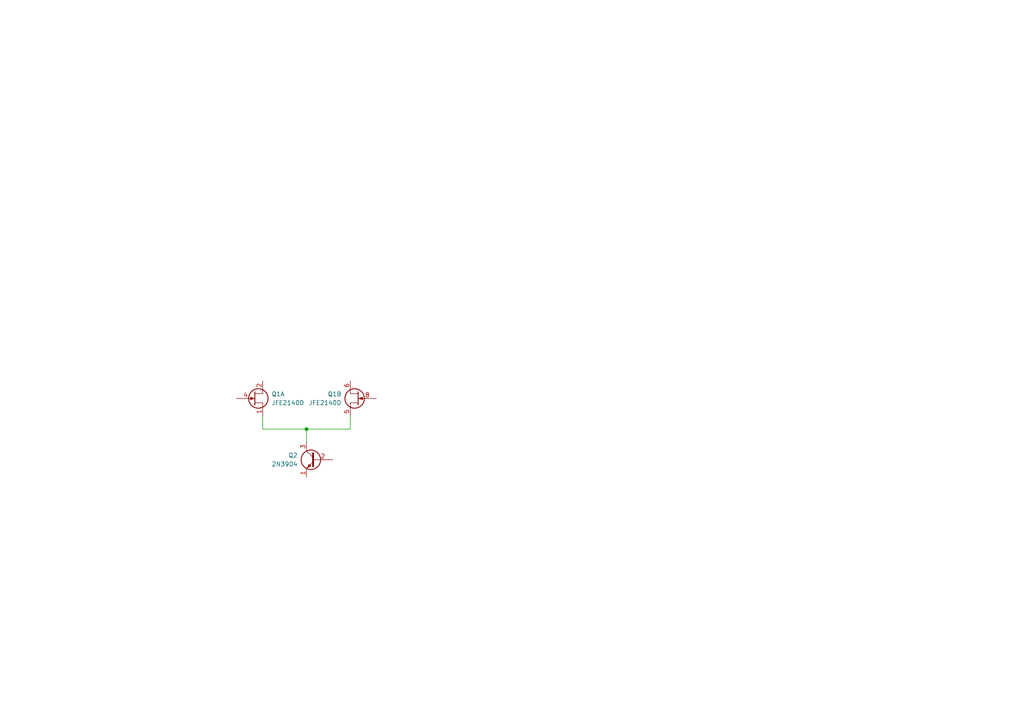
<source format=kicad_sch>
(kicad_sch (version 20231120) (generator "eeschema") (generator_version "8.0")
  (paper "A4")
  (lib_symbols
    (symbol "Transistor_BJT:2N3904" (pin_names (offset 0) hide)
      (property "Reference" "Q" (at 5.08 1.905 0))
      (property "Value" "2N3904" (at 5.08 0 0))
      (symbol "2N3904_0_1"
        (polyline (pts (xy 0.635 0.635) (xy 2.54 2.54)))
        (polyline (pts (xy 0.635 -0.635) (xy 2.54 -2.54) (xy 2.54 -2.54)))
        (polyline (pts (xy 0.635 1.905) (xy 0.635 -1.905) (xy 0.635 -1.905)) (stroke (width 0.508)))
        (polyline (pts (xy 1.27 -1.778) (xy 1.778 -1.27) (xy 2.286 -2.286) (xy 1.27 -1.778) (xy 1.27 -1.778)) (fill (type outline)))
        (circle (center 1.27 0) (radius 2.8194) (stroke (width 0.254)))
      )
      (symbol "2N3904_1_1"
        (pin passive line (at 2.54 -5.08 90) (length 2.54) (name "E") (number "1"))
        (pin passive line (at -5.08 0 0) (length 5.715) (name "B") (number "2"))
        (pin passive line (at 2.54 5.08 270) (length 2.54) (name "C") (number "3"))
      )
    )
    (symbol "Transistor_FET:JFE2140D"
      (property "Reference" "Q" (at 5.08 1.27 0))
      (property "Value" "JFE2140D" (at 8.89 -1.27 0))
      (symbol "JFE2140D_1_1"
        (polyline (pts (xy 0.254 1.905) (xy 0.254 -1.905) (xy 0.254 -1.905)) (stroke (width 0.254)))
        (polyline (pts (xy 2.54 -2.54) (xy 2.54 -1.27) (xy 0.254 -1.27)))
        (polyline (pts (xy 2.54 2.54) (xy 2.54 1.397) (xy 0.254 1.397)))
        (polyline (pts (xy 0 0) (xy -1.016 0.381) (xy -1.016 -0.381) (xy 0 0)) (fill (type outline)))
        (circle (center 1.27 0) (radius 2.8194) (stroke (width 0.254)))
        (pin passive line (at 2.54 -5.08 90) (length 2.54) (name "~") (number "1"))
        (pin passive line (at 2.54 5.08 270) (length 2.54) (name "~") (number "2"))
        (pin input line (at -5.08 0 0) (length 5.334) (name "~") (number "4"))
      )
      (symbol "JFE2140D_2_1"
        (polyline (pts (xy 0.254 1.905) (xy 0.254 -1.905) (xy 0.254 -1.905)) (stroke (width 0.254)))
        (polyline (pts (xy 2.54 -2.54) (xy 2.54 -1.27) (xy 0.254 -1.27)))
        (polyline (pts (xy 2.54 2.54) (xy 2.54 1.397) (xy 0.254 1.397)))
        (polyline (pts (xy 0 0) (xy -1.016 0.381) (xy -1.016 -0.381) (xy 0 0)) (fill (type outline)))
        (circle (center 1.27 0) (radius 2.8194) (stroke (width 0.254)))
        (pin passive line (at 2.54 -5.08 90) (length 2.54) (name "~") (number "5"))
        (pin passive line (at 2.54 5.08 270) (length 2.54) (name "~") (number "6"))
        (pin input line (at -5.08 0 0) (length 5.334) (name "~") (number "8"))
      )
      (symbol "JFE2140D_3_0"
        (pin passive line (at 0 10.16 270) (length 5.08) (name "VCH") (number "3"))
        (pin passive line (at 0 -10.16 90) (length 5.08) (name "VCL") (number "7"))
      )
      (symbol "JFE2140D_3_1"
        (rectangle (start -2.54 5.08) (end 2.54 -5.08) (stroke (width 0.254)) (fill (type background)))
      )
    )
  )
  (junction (at 88.9 124.46))
  (wire (pts (xy 101.6 120.65) (xy 101.6 124.46)))
  (wire (pts (xy 76.2 124.46) (xy 88.9 124.46)))
  (wire (pts (xy 76.2 124.46) (xy 76.2 120.65)))
  (wire (pts (xy 88.9 124.46) (xy 88.9 128.27)))
  (wire (pts (xy 101.6 124.46) (xy 88.9 124.46)))
  (symbol (lib_id "Transistor_BJT:2N3904") (at 91.44 133.35 0) (mirror y) (unit 1)
    (property "Reference" "Q2" (at 86.36 132.0799 0) (effects (justify left)))
    (property "Value" "2N3904" (at 86.36 134.6199 0) (effects (justify left)))
    (property "Footprint" "Package_TO_SOT_THT:TO-92_Inline" (effects (hide yes)))
    (property "Datasheet" "https://www.onsemi.com/pub/Collateral/2N3903-D.PDF" (effects (hide yes)))
    (property "Description" "0.2A Ic, 40V Vce, Small Signal NPN Transistor, TO-92" (effects (hide yes)))
  )
  (symbol (lib_id "Transistor_FET:JFE2140D") (at 73.66 115.57 0) (unit 1)
    (property "Reference" "Q1" (at 78.74 114.2999 0) (effects (justify left)))
    (property "Value" "JFE2140D" (at 78.74 116.8399 0) (effects (justify left)))
    (property "Footprint" "Package_SO:SOIC-8_3.9x4.9mm_P1.27mm" (effects (hide yes)))
    (property "Datasheet" "https://www.ti.com/lit/ds/symlink/jfe2140.pdf" (effects (hide yes)))
    (property "Description" "Ultra-Low Noise, Matched, Dual, Low-Gate Current, Discrete, Audio, N‑Channel JFET, SOIC-8" (effects (hide yes)))
  )
  (symbol (lib_id "Transistor_FET:JFE2140D") (at 104.14 115.57 0) (mirror y) (unit 2)
    (property "Reference" "Q1" (at 99.06 114.2999 0) (effects (justify left)))
    (property "Value" "JFE2140D" (at 99.06 116.8399 0) (effects (justify left)))
    (property "Footprint" "Package_SO:SOIC-8_3.9x4.9mm_P1.27mm" (effects (hide yes)))
    (property "Datasheet" "https://www.ti.com/lit/ds/symlink/jfe2140.pdf" (effects (hide yes)))
    (property "Description" "Ultra-Low Noise, Matched, Dual, Low-Gate Current, Discrete, Audio, N‑Channel JFET, SOIC-8" (effects (hide yes)))
  )
)
</source>
